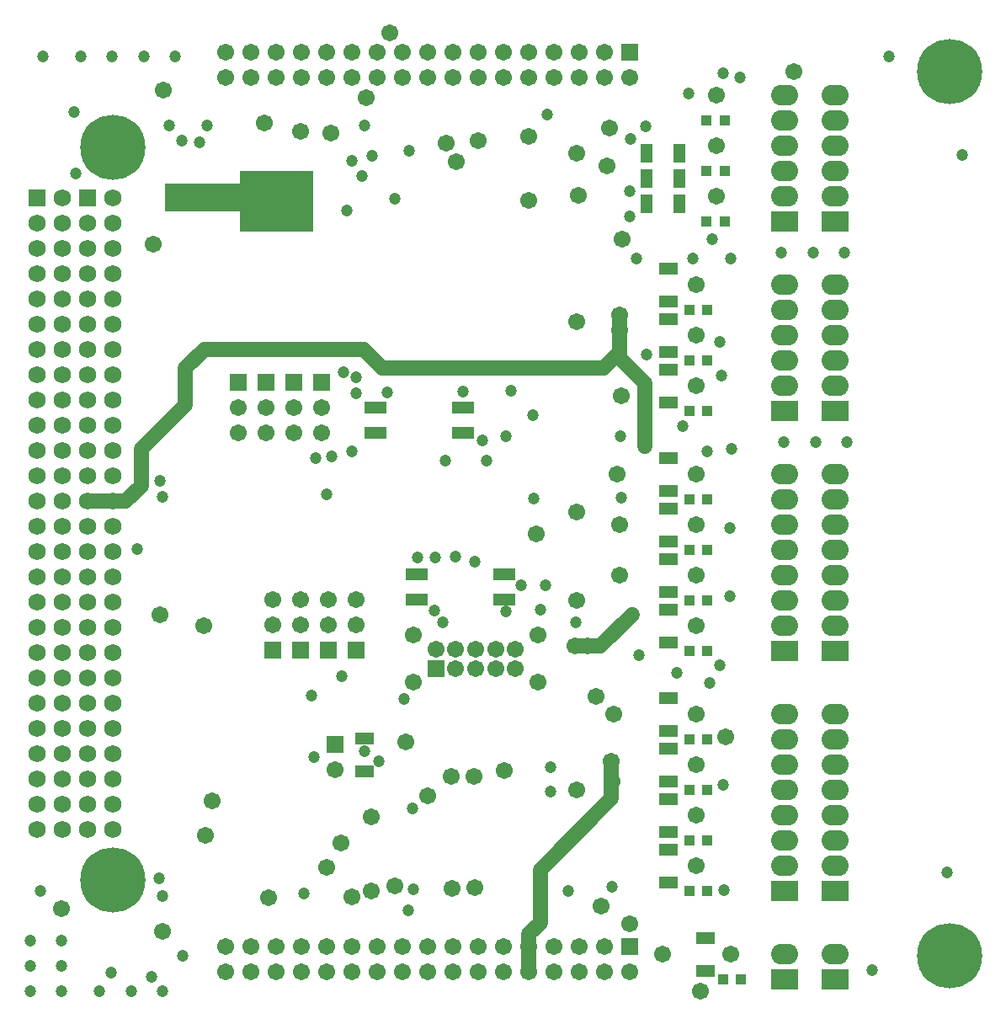
<source format=gts>
G04 Layer_Color=8388736*
%FSAX25Y25*%
%MOIN*%
G70*
G01*
G75*
%ADD16C,0.05905*%
%ADD45R,0.07493X0.05131*%
%ADD46R,0.08674X0.05131*%
%ADD47R,0.04343X0.04343*%
%ADD48R,0.05131X0.07493*%
%ADD49C,0.06706*%
%ADD50R,0.06706X0.06706*%
%ADD51R,0.06706X0.06706*%
%ADD52C,0.25800*%
%ADD53O,0.10642X0.08280*%
%ADD54R,0.10642X0.08280*%
%ADD55R,0.06902X0.06902*%
%ADD56C,0.06902*%
%ADD57C,0.04737*%
G36*
X0589500Y0518000D02*
X0560500D01*
Y0542000D01*
X0589500D01*
Y0518000D01*
D02*
G37*
G36*
X0560500Y0537000D02*
Y0526000D01*
X0531000Y0526000D01*
Y0537000D01*
X0560500Y0537000D01*
D02*
G37*
D16*
X0521500Y0427500D02*
Y0432000D01*
X0533500Y0444000D01*
X0539000Y0449500D01*
Y0464000D01*
X0546500Y0471500D01*
X0550000D01*
X0609500D01*
X0617000Y0464000D01*
X0689500D01*
X0716000Y0463000D02*
X0721000Y0458000D01*
Y0447500D02*
Y0458000D01*
X0521500Y0417500D02*
Y0427500D01*
X0515398Y0411398D02*
X0521500Y0417500D01*
X0500433Y0411398D02*
X0515398D01*
X0710900Y0468100D02*
X0716000Y0463000D01*
X0710900Y0468100D02*
Y0474500D01*
Y0470400D02*
Y0485200D01*
X0704500Y0464000D02*
X0710900Y0470400D01*
X0689500Y0464000D02*
X0704500D01*
X0721000Y0433000D02*
Y0447500D01*
X0693200Y0353900D02*
X0699000D01*
X0703400D02*
X0716000Y0366500D01*
X0698400Y0353900D02*
X0703400D01*
X0675000Y0225000D02*
Y0240000D01*
X0679500Y0244500D01*
Y0255000D01*
X0707800Y0293800D02*
Y0308300D01*
X0679500Y0265500D02*
X0707800Y0293800D01*
X0679500Y0255000D02*
Y0265500D01*
D45*
X0745000Y0225504D02*
D03*
Y0238496D02*
D03*
X0730244Y0415504D02*
D03*
Y0428496D02*
D03*
Y0375504D02*
D03*
Y0388496D02*
D03*
Y0355504D02*
D03*
Y0368496D02*
D03*
Y0320504D02*
D03*
Y0333496D02*
D03*
Y0300504D02*
D03*
Y0313496D02*
D03*
Y0280504D02*
D03*
Y0293496D02*
D03*
Y0260504D02*
D03*
Y0273496D02*
D03*
Y0490504D02*
D03*
Y0503496D02*
D03*
Y0470504D02*
D03*
Y0483496D02*
D03*
Y0450504D02*
D03*
Y0463496D02*
D03*
Y0395504D02*
D03*
Y0408496D02*
D03*
X0610100Y0317296D02*
D03*
Y0304304D02*
D03*
D46*
X0648823Y0438500D02*
D03*
Y0448500D02*
D03*
X0614177D02*
D03*
Y0438500D02*
D03*
X0665323Y0372500D02*
D03*
Y0382500D02*
D03*
X0630677D02*
D03*
Y0372500D02*
D03*
D47*
X0751913Y0222000D02*
D03*
X0759000D02*
D03*
X0738701Y0372000D02*
D03*
X0745787D02*
D03*
X0738701Y0392000D02*
D03*
X0745787D02*
D03*
X0738701Y0352000D02*
D03*
X0745787D02*
D03*
X0738701Y0412000D02*
D03*
X0745787D02*
D03*
X0738701Y0317000D02*
D03*
X0745787D02*
D03*
X0738701Y0297000D02*
D03*
X0745787D02*
D03*
X0738701Y0277000D02*
D03*
X0745787D02*
D03*
X0738701Y0257000D02*
D03*
X0745787D02*
D03*
X0738701Y0487000D02*
D03*
X0745787D02*
D03*
X0738701Y0467000D02*
D03*
X0745787D02*
D03*
X0738701Y0447000D02*
D03*
X0745787D02*
D03*
X0752543Y0562000D02*
D03*
X0745457D02*
D03*
X0752543Y0542000D02*
D03*
X0745457D02*
D03*
X0752543Y0522000D02*
D03*
X0745457D02*
D03*
D48*
X0721504Y0549000D02*
D03*
X0734496D02*
D03*
X0721504Y0539000D02*
D03*
X0734496D02*
D03*
X0721504Y0529000D02*
D03*
X0734496D02*
D03*
D49*
X0694000Y0549000D02*
D03*
X0693900Y0482500D02*
D03*
X0694000Y0372000D02*
D03*
Y0297000D02*
D03*
X0693900Y0406900D02*
D03*
X0661874Y0345000D02*
D03*
Y0352874D02*
D03*
X0654000Y0345000D02*
D03*
Y0352874D02*
D03*
X0669748D02*
D03*
X0678606Y0358386D02*
D03*
Y0339685D02*
D03*
X0629394Y0339587D02*
D03*
Y0358287D02*
D03*
X0638252Y0352874D02*
D03*
X0669748Y0345000D02*
D03*
X0646126D02*
D03*
Y0352874D02*
D03*
X0749244Y0532000D02*
D03*
Y0552000D02*
D03*
Y0572000D02*
D03*
X0741244Y0287000D02*
D03*
Y0267000D02*
D03*
Y0327000D02*
D03*
Y0307000D02*
D03*
X0755000Y0232000D02*
D03*
X0741244Y0497000D02*
D03*
Y0477000D02*
D03*
Y0457000D02*
D03*
Y0362000D02*
D03*
Y0382000D02*
D03*
Y0402000D02*
D03*
Y0422000D02*
D03*
X0571000Y0438500D02*
D03*
Y0448500D02*
D03*
X0560000Y0438500D02*
D03*
Y0448500D02*
D03*
X0582000Y0438500D02*
D03*
Y0448500D02*
D03*
X0595500Y0372500D02*
D03*
Y0362500D02*
D03*
X0573500Y0372500D02*
D03*
Y0362500D02*
D03*
X0675000Y0579000D02*
D03*
Y0589000D02*
D03*
X0685000Y0579000D02*
D03*
Y0589000D02*
D03*
X0695000Y0579000D02*
D03*
Y0589000D02*
D03*
X0705000Y0579000D02*
D03*
Y0589000D02*
D03*
X0715000Y0579000D02*
D03*
X0665000D02*
D03*
X0655000Y0589000D02*
D03*
Y0579000D02*
D03*
X0645000Y0589000D02*
D03*
Y0579000D02*
D03*
X0635000Y0589000D02*
D03*
Y0579000D02*
D03*
X0625000Y0589000D02*
D03*
Y0579000D02*
D03*
X0615000D02*
D03*
X0605000Y0589000D02*
D03*
Y0579000D02*
D03*
X0595000Y0589000D02*
D03*
Y0579000D02*
D03*
X0585000Y0589000D02*
D03*
Y0579000D02*
D03*
X0575000Y0589000D02*
D03*
Y0579000D02*
D03*
X0555000D02*
D03*
Y0589000D02*
D03*
X0565000Y0579000D02*
D03*
Y0589000D02*
D03*
X0665000D02*
D03*
X0615000D02*
D03*
X0675000Y0225000D02*
D03*
Y0235000D02*
D03*
X0685000Y0225000D02*
D03*
Y0235000D02*
D03*
X0695000Y0225000D02*
D03*
Y0235000D02*
D03*
X0705000Y0225000D02*
D03*
Y0235000D02*
D03*
X0715000Y0225000D02*
D03*
X0665000D02*
D03*
X0655000Y0235000D02*
D03*
Y0225000D02*
D03*
X0645000Y0235000D02*
D03*
Y0225000D02*
D03*
X0635000Y0235000D02*
D03*
Y0225000D02*
D03*
X0625000Y0235000D02*
D03*
Y0225000D02*
D03*
X0615000D02*
D03*
X0605000Y0235000D02*
D03*
Y0225000D02*
D03*
X0595000Y0235000D02*
D03*
Y0225000D02*
D03*
X0585000Y0235000D02*
D03*
Y0225000D02*
D03*
X0575000Y0235000D02*
D03*
Y0225000D02*
D03*
X0555000D02*
D03*
Y0235000D02*
D03*
X0565000Y0225000D02*
D03*
Y0235000D02*
D03*
X0665000D02*
D03*
X0615000D02*
D03*
X0606500Y0372500D02*
D03*
Y0362500D02*
D03*
X0593000Y0438500D02*
D03*
Y0448500D02*
D03*
X0598200Y0305000D02*
D03*
X0584500Y0372500D02*
D03*
Y0362500D02*
D03*
X0693200Y0353900D02*
D03*
X0706000Y0544000D02*
D03*
X0644700Y0258100D02*
D03*
X0653800Y0258300D02*
D03*
X0742900Y0217400D02*
D03*
X0715000Y0244000D02*
D03*
X0703700Y0251200D02*
D03*
X0530400Y0574000D02*
D03*
X0489900Y0250000D02*
D03*
X0612600Y0257100D02*
D03*
X0678100Y0398500D02*
D03*
X0701677Y0333977D02*
D03*
X0665300Y0304800D02*
D03*
X0653474Y0302519D02*
D03*
X0644400Y0302300D02*
D03*
X0620000Y0596800D02*
D03*
X0610700Y0571000D02*
D03*
X0694600Y0532500D02*
D03*
X0570200Y0561100D02*
D03*
X0584500Y0557600D02*
D03*
X0596600Y0557200D02*
D03*
X0646400Y0545800D02*
D03*
X0642300Y0553200D02*
D03*
X0655100Y0553900D02*
D03*
X0674900Y0555800D02*
D03*
X0753000Y0318200D02*
D03*
X0635100Y0294800D02*
D03*
X0626200Y0316000D02*
D03*
X0780000Y0581300D02*
D03*
X0708600Y0327000D02*
D03*
X0710900Y0485200D02*
D03*
X0711700Y0452900D02*
D03*
X0698400Y0353900D02*
D03*
X0707900Y0300400D02*
D03*
X0707800Y0308300D02*
D03*
X0546900Y0279100D02*
D03*
X0526200Y0513000D02*
D03*
X0549500Y0292700D02*
D03*
X0546402Y0362198D02*
D03*
X0675100Y0530300D02*
D03*
X0572000Y0254300D02*
D03*
X0622000Y0259100D02*
D03*
X0712000Y0515000D02*
D03*
X0711093Y0478893D02*
D03*
X0530000Y0241000D02*
D03*
X0711000Y0382000D02*
D03*
Y0402000D02*
D03*
X0710000Y0422000D02*
D03*
X0707000Y0559000D02*
D03*
X0529100Y0366400D02*
D03*
X0600700Y0276200D02*
D03*
X0594900Y0266400D02*
D03*
X0605000Y0254700D02*
D03*
X0612500Y0286500D02*
D03*
X0728000Y0231900D02*
D03*
D50*
X0638252Y0345000D02*
D03*
X0715000Y0589000D02*
D03*
Y0235000D02*
D03*
D51*
X0571000Y0458500D02*
D03*
X0560000D02*
D03*
X0582000D02*
D03*
X0595500Y0352500D02*
D03*
X0573500D02*
D03*
X0606500D02*
D03*
X0593000Y0458500D02*
D03*
X0598200Y0315000D02*
D03*
X0584500Y0352500D02*
D03*
D52*
X0510433Y0551433D02*
D03*
Y0261433D02*
D03*
X0841535Y0581433D02*
D03*
Y0231433D02*
D03*
D53*
X0776244Y0232000D02*
D03*
X0796244D02*
D03*
Y0542000D02*
D03*
X0776244D02*
D03*
X0796244Y0562000D02*
D03*
Y0572000D02*
D03*
X0776244Y0562000D02*
D03*
Y0572000D02*
D03*
X0796244Y0552000D02*
D03*
X0776244D02*
D03*
X0796244Y0532000D02*
D03*
X0776244D02*
D03*
X0796244Y0362000D02*
D03*
X0776244D02*
D03*
X0796244Y0392000D02*
D03*
X0776244D02*
D03*
X0796244Y0412000D02*
D03*
Y0422000D02*
D03*
X0776244Y0412000D02*
D03*
Y0422000D02*
D03*
X0796244Y0402000D02*
D03*
X0776244D02*
D03*
X0796244Y0382000D02*
D03*
X0776244D02*
D03*
X0796244Y0372000D02*
D03*
X0776244D02*
D03*
X0796244Y0467000D02*
D03*
X0776244D02*
D03*
X0796244Y0487000D02*
D03*
Y0497000D02*
D03*
X0776244Y0487000D02*
D03*
Y0497000D02*
D03*
X0796244Y0477000D02*
D03*
X0776244D02*
D03*
X0796244Y0457000D02*
D03*
X0776244D02*
D03*
X0796244Y0267000D02*
D03*
X0776244D02*
D03*
X0796244Y0297000D02*
D03*
X0776244D02*
D03*
X0796244Y0317000D02*
D03*
Y0327000D02*
D03*
X0776244Y0317000D02*
D03*
Y0327000D02*
D03*
X0796244Y0307000D02*
D03*
X0776244D02*
D03*
X0796244Y0287000D02*
D03*
X0776244D02*
D03*
X0796244Y0277000D02*
D03*
X0776244D02*
D03*
D54*
Y0222000D02*
D03*
X0796244D02*
D03*
Y0522000D02*
D03*
X0776244D02*
D03*
X0796244Y0352000D02*
D03*
X0776244D02*
D03*
X0796244Y0447000D02*
D03*
X0776244D02*
D03*
X0796244Y0257000D02*
D03*
X0776244D02*
D03*
D55*
X0500433Y0531398D02*
D03*
X0480453D02*
D03*
D56*
X0510433D02*
D03*
Y0521398D02*
D03*
X0500433D02*
D03*
X0510433Y0511398D02*
D03*
X0500433D02*
D03*
X0510433Y0501398D02*
D03*
X0500433D02*
D03*
X0510433Y0491398D02*
D03*
X0500433D02*
D03*
Y0441398D02*
D03*
X0510433D02*
D03*
X0500433Y0451398D02*
D03*
X0510433D02*
D03*
X0500433Y0461398D02*
D03*
X0510433D02*
D03*
X0500433Y0471398D02*
D03*
X0510433D02*
D03*
Y0481398D02*
D03*
X0500433D02*
D03*
Y0391398D02*
D03*
X0510433D02*
D03*
X0500433Y0401398D02*
D03*
X0510433D02*
D03*
X0500433Y0411398D02*
D03*
X0510433D02*
D03*
X0500433Y0421398D02*
D03*
X0510433D02*
D03*
Y0431398D02*
D03*
X0500433D02*
D03*
Y0341398D02*
D03*
X0510433D02*
D03*
X0500433Y0351398D02*
D03*
X0510433D02*
D03*
X0500433Y0361398D02*
D03*
X0510433D02*
D03*
X0500433Y0371398D02*
D03*
X0510433D02*
D03*
Y0381398D02*
D03*
X0500433D02*
D03*
Y0291398D02*
D03*
X0510433D02*
D03*
X0500433Y0301398D02*
D03*
X0510433D02*
D03*
X0500433Y0311398D02*
D03*
X0510433D02*
D03*
X0500433Y0321398D02*
D03*
X0510433D02*
D03*
Y0331398D02*
D03*
X0500433D02*
D03*
X0510433Y0281398D02*
D03*
X0500433D02*
D03*
X0490453Y0531398D02*
D03*
Y0521398D02*
D03*
X0480453D02*
D03*
X0490453Y0511398D02*
D03*
X0480453D02*
D03*
X0490453Y0501398D02*
D03*
X0480453D02*
D03*
X0490453Y0491398D02*
D03*
X0480453D02*
D03*
Y0441398D02*
D03*
X0490453D02*
D03*
X0480453Y0451398D02*
D03*
X0490453D02*
D03*
X0480453Y0461398D02*
D03*
X0490453D02*
D03*
X0480453Y0471398D02*
D03*
X0490453D02*
D03*
Y0481398D02*
D03*
X0480453D02*
D03*
Y0391398D02*
D03*
X0490453D02*
D03*
X0480453Y0401398D02*
D03*
X0490453D02*
D03*
X0480453Y0411398D02*
D03*
X0490453D02*
D03*
X0480453Y0421398D02*
D03*
X0490453D02*
D03*
Y0431398D02*
D03*
X0480453D02*
D03*
Y0341398D02*
D03*
X0490453D02*
D03*
X0480453Y0351398D02*
D03*
X0490453D02*
D03*
X0480453Y0361398D02*
D03*
X0490453D02*
D03*
X0480453Y0371398D02*
D03*
X0490453D02*
D03*
Y0381398D02*
D03*
X0480453D02*
D03*
Y0291398D02*
D03*
X0490453D02*
D03*
X0480453Y0301398D02*
D03*
X0490453D02*
D03*
X0480453Y0311398D02*
D03*
X0490453D02*
D03*
X0480453Y0321398D02*
D03*
X0490453D02*
D03*
Y0331398D02*
D03*
X0480453D02*
D03*
X0490453Y0281398D02*
D03*
X0480453D02*
D03*
D57*
X0615500Y0308500D02*
D03*
X0683800Y0305900D02*
D03*
X0629000Y0289700D02*
D03*
X0625500Y0333000D02*
D03*
X0677000Y0412500D02*
D03*
X0629400Y0257800D02*
D03*
X0681800Y0378200D02*
D03*
X0590000Y0310000D02*
D03*
X0530000Y0255000D02*
D03*
X0517500Y0217500D02*
D03*
X0505000D02*
D03*
X0477500D02*
D03*
X0490000D02*
D03*
X0530000D02*
D03*
X0477500Y0227500D02*
D03*
X0490000D02*
D03*
Y0237500D02*
D03*
X0477500D02*
D03*
X0520000Y0392500D02*
D03*
X0532500Y0560000D02*
D03*
X0535000Y0587500D02*
D03*
X0522500D02*
D03*
X0510000D02*
D03*
X0497500D02*
D03*
X0482500D02*
D03*
X0547500Y0560000D02*
D03*
X0610000D02*
D03*
X0603000Y0526500D02*
D03*
X0627500Y0550000D02*
D03*
X0605000Y0546000D02*
D03*
X0718600Y0350400D02*
D03*
X0586100Y0256100D02*
D03*
X0627400Y0249400D02*
D03*
X0708000Y0258800D02*
D03*
X0683500Y0296400D02*
D03*
X0679500Y0368500D02*
D03*
X0693500Y0363500D02*
D03*
X0610100Y0312500D02*
D03*
X0711700Y0412800D02*
D03*
X0711300Y0437000D02*
D03*
X0736000Y0441000D02*
D03*
X0747500Y0515000D02*
D03*
X0755000Y0507500D02*
D03*
X0717500D02*
D03*
X0740000D02*
D03*
X0738400Y0572800D02*
D03*
X0682200Y0564300D02*
D03*
X0595020Y0414180D02*
D03*
X0755200Y0432200D02*
D03*
X0721600Y0469500D02*
D03*
X0494900Y0565300D02*
D03*
X0495700Y0541000D02*
D03*
X0840800Y0264300D02*
D03*
X0817800Y0587300D02*
D03*
X0846500Y0548500D02*
D03*
X0752000Y0580800D02*
D03*
X0758600Y0578900D02*
D03*
X0751200Y0461000D02*
D03*
X0750800Y0474300D02*
D03*
X0745700Y0431000D02*
D03*
X0754800Y0400600D02*
D03*
Y0373700D02*
D03*
X0752300Y0257400D02*
D03*
X0752000Y0299000D02*
D03*
X0746700Y0339400D02*
D03*
X0750500Y0346400D02*
D03*
X0733800Y0343500D02*
D03*
X0715000Y0523900D02*
D03*
X0509500Y0224669D02*
D03*
X0715000Y0534000D02*
D03*
X0721200Y0559800D02*
D03*
X0715200Y0554700D02*
D03*
X0690800Y0257200D02*
D03*
X0481500Y0257100D02*
D03*
X0800100Y0509600D02*
D03*
X0775100D02*
D03*
X0787600D02*
D03*
X0801100Y0434600D02*
D03*
X0776100D02*
D03*
X0788600D02*
D03*
X0811000Y0225600D02*
D03*
X0676500Y0445500D02*
D03*
X0648823Y0454677D02*
D03*
X0641957Y0427543D02*
D03*
X0656500Y0435500D02*
D03*
X0658457Y0427457D02*
D03*
X0672000Y0378000D02*
D03*
X0653500Y0387500D02*
D03*
X0619000Y0454500D02*
D03*
X0646000Y0389500D02*
D03*
X0622000Y0531000D02*
D03*
X0529000Y0419500D02*
D03*
X0530000Y0413000D02*
D03*
X0666000Y0437000D02*
D03*
X0668000Y0455000D02*
D03*
X0606500Y0454000D02*
D03*
X0544500Y0553500D02*
D03*
X0537500Y0554000D02*
D03*
X0613000Y0548000D02*
D03*
X0609000Y0540000D02*
D03*
X0528500Y0262000D02*
D03*
X0525500Y0223000D02*
D03*
X0538000Y0231500D02*
D03*
X0666000Y0367697D02*
D03*
X0601000Y0342000D02*
D03*
X0589000Y0334500D02*
D03*
X0637500Y0368000D02*
D03*
X0641000Y0363500D02*
D03*
X0601500Y0462500D02*
D03*
X0606500Y0460500D02*
D03*
X0605000Y0431000D02*
D03*
X0597000Y0429000D02*
D03*
X0590500Y0428500D02*
D03*
X0638000Y0389000D02*
D03*
X0631000D02*
D03*
M02*

</source>
